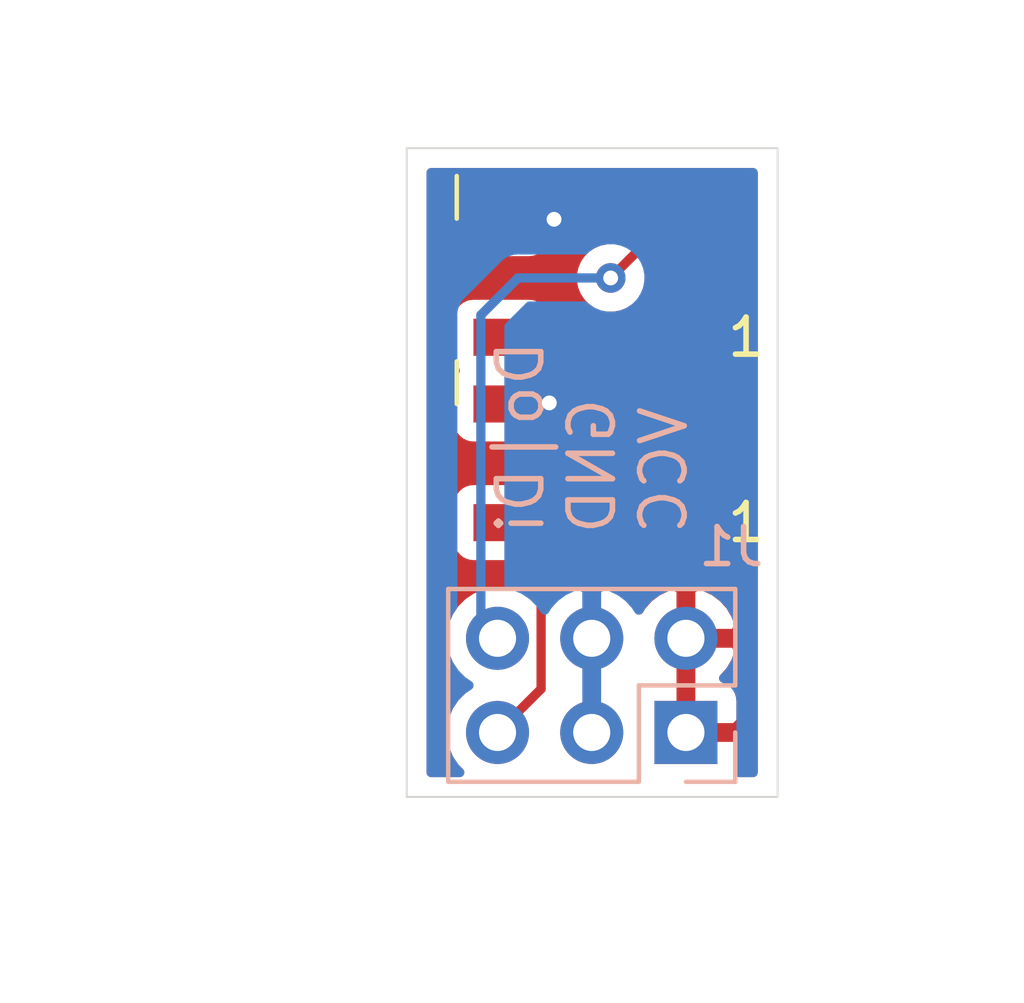
<source format=kicad_pcb>
(kicad_pcb (version 20171130) (host pcbnew 5.1.10-88a1d61d58~90~ubuntu21.04.1)

  (general
    (thickness 1.6)
    (drawings 25)
    (tracks 20)
    (zones 0)
    (modules 3)
    (nets 6)
  )

  (page A4)
  (layers
    (0 F.Cu signal)
    (31 B.Cu signal)
    (32 B.Adhes user hide)
    (33 F.Adhes user hide)
    (34 B.Paste user hide)
    (35 F.Paste user hide)
    (36 B.SilkS user hide)
    (37 F.SilkS user)
    (38 B.Mask user hide)
    (39 F.Mask user hide)
    (40 Dwgs.User user)
    (41 Cmts.User user hide)
    (42 Eco1.User user hide)
    (43 Eco2.User user hide)
    (44 Edge.Cuts user)
    (45 Margin user hide)
    (46 B.CrtYd user)
    (47 F.CrtYd user hide)
    (48 B.Fab user)
    (49 F.Fab user hide)
  )

  (setup
    (last_trace_width 0.25)
    (trace_clearance 0.2)
    (zone_clearance 0.508)
    (zone_45_only no)
    (trace_min 0.2)
    (via_size 0.8)
    (via_drill 0.4)
    (via_min_size 0.4)
    (via_min_drill 0.3)
    (uvia_size 0.3)
    (uvia_drill 0.1)
    (uvias_allowed no)
    (uvia_min_size 0.2)
    (uvia_min_drill 0.1)
    (edge_width 0.05)
    (segment_width 0.2)
    (pcb_text_width 0.3)
    (pcb_text_size 1.5 1.5)
    (mod_edge_width 0.12)
    (mod_text_size 1 1)
    (mod_text_width 0.15)
    (pad_size 1.524 1.524)
    (pad_drill 0.762)
    (pad_to_mask_clearance 0)
    (aux_axis_origin 0 0)
    (visible_elements FFFFFF7F)
    (pcbplotparams
      (layerselection 0x010fc_ffffffff)
      (usegerberextensions false)
      (usegerberattributes true)
      (usegerberadvancedattributes true)
      (creategerberjobfile true)
      (excludeedgelayer true)
      (linewidth 0.100000)
      (plotframeref false)
      (viasonmask false)
      (mode 1)
      (useauxorigin false)
      (hpglpennumber 1)
      (hpglpenspeed 20)
      (hpglpendiameter 15.000000)
      (psnegative false)
      (psa4output false)
      (plotreference true)
      (plotvalue true)
      (plotinvisibletext false)
      (padsonsilk false)
      (subtractmaskfromsilk false)
      (outputformat 1)
      (mirror false)
      (drillshape 1)
      (scaleselection 1)
      (outputdirectory ""))
  )

  (net 0 "")
  (net 1 VCC)
  (net 2 "Net-(D1-Pad2)")
  (net 3 /Din)
  (net 4 GND)
  (net 5 /Dout)

  (net_class Default "This is the default net class."
    (clearance 0.2)
    (trace_width 0.25)
    (via_dia 0.8)
    (via_drill 0.4)
    (uvia_dia 0.3)
    (uvia_drill 0.1)
    (add_net /Din)
    (add_net /Dout)
    (add_net GND)
    (add_net "Net-(D1-Pad2)")
    (add_net VCC)
  )

  (module IndicatorLeds:LED_WS2812B_PLCC4_5.0x5.0mm_P3.2mm (layer F.Cu) (tedit 6156C278) (tstamp 6156BFA2)
    (at 103 108 180)
    (descr https://cdn-shop.adafruit.com/datasheets/WS2812B.pdf)
    (tags "LED RGB NeoPixel")
    (path /6156C522)
    (attr smd)
    (fp_text reference D2 (at 0 -3.5) (layer F.SilkS) hide
      (effects (font (size 1 1) (thickness 0.15)))
    )
    (fp_text value WS2812B (at 0 4) (layer F.Fab)
      (effects (font (size 1 1) (thickness 0.15)))
    )
    (fp_line (start 3.45 -2.5) (end -3.45 -2.5) (layer F.CrtYd) (width 0.05))
    (fp_line (start 3.45 2.5) (end 3.45 -2.5) (layer F.CrtYd) (width 0.05))
    (fp_line (start -3.45 2.5) (end 3.45 2.5) (layer F.CrtYd) (width 0.05))
    (fp_line (start -3.45 -2.5) (end -3.45 2.5) (layer F.CrtYd) (width 0.05))
    (fp_line (start 2.5 1.5) (end 1.5 2.5) (layer F.Fab) (width 0.1))
    (fp_line (start -2.5 -2.5) (end -2.5 2.5) (layer F.Fab) (width 0.1))
    (fp_line (start -2.5 2.5) (end 2.5 2.5) (layer F.Fab) (width 0.1))
    (fp_line (start 2.5 2.5) (end 2.5 -2.5) (layer F.Fab) (width 0.1))
    (fp_line (start 2.5 -2.5) (end -2.5 -2.5) (layer F.Fab) (width 0.1))
    (fp_line (start 3.65 2.75) (end 3.65 1.6) (layer F.SilkS) (width 0.12))
    (fp_circle (center 0 0) (end 0 -2) (layer F.Fab) (width 0.1))
    (fp_text user 1 (at -4.15 -1.6) (layer F.SilkS)
      (effects (font (size 1 1) (thickness 0.15)))
    )
    (fp_text user %R (at 0 0) (layer F.Fab)
      (effects (font (size 0.8 0.8) (thickness 0.15)))
    )
    (pad 3 smd rect (at 2.45 1.6 180) (size 1.5 1) (layers F.Cu F.Paste F.Mask)
      (net 4 GND))
    (pad 4 smd rect (at 2.45 -1.6 180) (size 1.5 1) (layers F.Cu F.Paste F.Mask)
      (net 2 "Net-(D1-Pad2)"))
    (pad 2 smd rect (at -2.45 1.6 180) (size 1.5 1) (layers F.Cu F.Paste F.Mask)
      (net 5 /Dout))
    (pad 1 smd rect (at -2.45 -1.6 180) (size 1.5 1) (layers F.Cu F.Paste F.Mask)
      (net 1 VCC))
    (model ${KISYS3DMOD}/LED_SMD.3dshapes/LED_WS2812B_PLCC4_5.0x5.0mm_P3.2mm.wrl
      (at (xyz 0 0 0))
      (scale (xyz 1 1 1))
      (rotate (xyz 0 0 0))
    )
  )

  (module IndicatorLeds:LED_WS2812B_PLCC4_5.0x5.0mm_P3.2mm (layer F.Cu) (tedit 6156C278) (tstamp 6156C27C)
    (at 103 113 180)
    (descr https://cdn-shop.adafruit.com/datasheets/WS2812B.pdf)
    (tags "LED RGB NeoPixel")
    (path /6156BDB1)
    (attr smd)
    (fp_text reference D1 (at 0 -3.5) (layer F.SilkS) hide
      (effects (font (size 1 1) (thickness 0.15)))
    )
    (fp_text value WS2812B (at 0 4) (layer F.Fab)
      (effects (font (size 1 1) (thickness 0.15)))
    )
    (fp_line (start 3.45 -2.5) (end -3.45 -2.5) (layer F.CrtYd) (width 0.05))
    (fp_line (start 3.45 2.5) (end 3.45 -2.5) (layer F.CrtYd) (width 0.05))
    (fp_line (start -3.45 2.5) (end 3.45 2.5) (layer F.CrtYd) (width 0.05))
    (fp_line (start -3.45 -2.5) (end -3.45 2.5) (layer F.CrtYd) (width 0.05))
    (fp_line (start 2.5 1.5) (end 1.5 2.5) (layer F.Fab) (width 0.1))
    (fp_line (start -2.5 -2.5) (end -2.5 2.5) (layer F.Fab) (width 0.1))
    (fp_line (start -2.5 2.5) (end 2.5 2.5) (layer F.Fab) (width 0.1))
    (fp_line (start 2.5 2.5) (end 2.5 -2.5) (layer F.Fab) (width 0.1))
    (fp_line (start 2.5 -2.5) (end -2.5 -2.5) (layer F.Fab) (width 0.1))
    (fp_line (start 3.65 2.75) (end 3.65 1.6) (layer F.SilkS) (width 0.12))
    (fp_circle (center 0 0) (end 0 -2) (layer F.Fab) (width 0.1))
    (fp_text user 1 (at -4.15 -1.6) (layer F.SilkS)
      (effects (font (size 1 1) (thickness 0.15)))
    )
    (fp_text user %R (at 0 0) (layer F.Fab)
      (effects (font (size 0.8 0.8) (thickness 0.15)))
    )
    (pad 3 smd rect (at 2.45 1.6 180) (size 1.5 1) (layers F.Cu F.Paste F.Mask)
      (net 4 GND))
    (pad 4 smd rect (at 2.45 -1.6 180) (size 1.5 1) (layers F.Cu F.Paste F.Mask)
      (net 3 /Din))
    (pad 2 smd rect (at -2.45 1.6 180) (size 1.5 1) (layers F.Cu F.Paste F.Mask)
      (net 2 "Net-(D1-Pad2)"))
    (pad 1 smd rect (at -2.45 -1.6 180) (size 1.5 1) (layers F.Cu F.Paste F.Mask)
      (net 1 VCC))
    (model ${KISYS3DMOD}/LED_SMD.3dshapes/LED_WS2812B_PLCC4_5.0x5.0mm_P3.2mm.wrl
      (at (xyz 0 0 0))
      (scale (xyz 1 1 1))
      (rotate (xyz 0 0 0))
    )
  )

  (module Connector_PinHeader_2.54mm:PinHeader_2x03_P2.54mm_Vertical (layer B.Cu) (tedit 59FED5CC) (tstamp 6156BFD5)
    (at 105.529 120.261 90)
    (descr "Through hole straight pin header, 2x03, 2.54mm pitch, double rows")
    (tags "Through hole pin header THT 2x03 2.54mm double row")
    (path /6156FBD1)
    (fp_text reference J1 (at 5.011 1.221 180) (layer B.SilkS)
      (effects (font (size 1 1) (thickness 0.15)) (justify mirror))
    )
    (fp_text value Conn_02x03_Odd_Even (at 1.27 -7.41 90) (layer B.Fab)
      (effects (font (size 1 1) (thickness 0.15)) (justify mirror))
    )
    (fp_line (start 4.35 1.8) (end -1.8 1.8) (layer B.CrtYd) (width 0.05))
    (fp_line (start 4.35 -6.85) (end 4.35 1.8) (layer B.CrtYd) (width 0.05))
    (fp_line (start -1.8 -6.85) (end 4.35 -6.85) (layer B.CrtYd) (width 0.05))
    (fp_line (start -1.8 1.8) (end -1.8 -6.85) (layer B.CrtYd) (width 0.05))
    (fp_line (start -1.33 1.33) (end 0 1.33) (layer B.SilkS) (width 0.12))
    (fp_line (start -1.33 0) (end -1.33 1.33) (layer B.SilkS) (width 0.12))
    (fp_line (start 1.27 1.33) (end 3.87 1.33) (layer B.SilkS) (width 0.12))
    (fp_line (start 1.27 -1.27) (end 1.27 1.33) (layer B.SilkS) (width 0.12))
    (fp_line (start -1.33 -1.27) (end 1.27 -1.27) (layer B.SilkS) (width 0.12))
    (fp_line (start 3.87 1.33) (end 3.87 -6.41) (layer B.SilkS) (width 0.12))
    (fp_line (start -1.33 -1.27) (end -1.33 -6.41) (layer B.SilkS) (width 0.12))
    (fp_line (start -1.33 -6.41) (end 3.87 -6.41) (layer B.SilkS) (width 0.12))
    (fp_line (start -1.27 0) (end 0 1.27) (layer B.Fab) (width 0.1))
    (fp_line (start -1.27 -6.35) (end -1.27 0) (layer B.Fab) (width 0.1))
    (fp_line (start 3.81 -6.35) (end -1.27 -6.35) (layer B.Fab) (width 0.1))
    (fp_line (start 3.81 1.27) (end 3.81 -6.35) (layer B.Fab) (width 0.1))
    (fp_line (start 0 1.27) (end 3.81 1.27) (layer B.Fab) (width 0.1))
    (fp_text user %R (at 1.27 -2.54 180) (layer B.Fab)
      (effects (font (size 1 1) (thickness 0.15)) (justify mirror))
    )
    (pad 6 thru_hole oval (at 2.54 -5.08 90) (size 1.7 1.7) (drill 1) (layers *.Cu *.Mask)
      (net 5 /Dout))
    (pad 5 thru_hole oval (at 0 -5.08 90) (size 1.7 1.7) (drill 1) (layers *.Cu *.Mask)
      (net 3 /Din))
    (pad 4 thru_hole oval (at 2.54 -2.54 90) (size 1.7 1.7) (drill 1) (layers *.Cu *.Mask)
      (net 4 GND))
    (pad 3 thru_hole oval (at 0 -2.54 90) (size 1.7 1.7) (drill 1) (layers *.Cu *.Mask)
      (net 4 GND))
    (pad 2 thru_hole oval (at 2.54 0 90) (size 1.7 1.7) (drill 1) (layers *.Cu *.Mask)
      (net 1 VCC))
    (pad 1 thru_hole rect (at 0 0 90) (size 1.7 1.7) (drill 1) (layers *.Cu *.Mask)
      (net 1 VCC))
    (model ${KISYS3DMOD}/Connector_PinHeader_2.54mm.3dshapes/PinHeader_2x03_P2.54mm_Vertical.wrl
      (at (xyz 0 0 0))
      (scale (xyz 1 1 1))
      (rotate (xyz 0 0 0))
    )
  )

  (gr_line (start 100 113) (end 100 103) (layer Eco2.User) (width 0.15) (tstamp 6164225B))
  (gr_line (start 106 103) (end 106 113) (layer Eco2.User) (width 0.15) (tstamp 61642258))
  (gr_arc (start 103 113) (end 100 113) (angle -180) (layer Eco2.User) (width 0.15))
  (gr_arc (start 103 103) (end 106 103) (angle -180) (layer Eco2.User) (width 0.15))
  (dimension 5 (width 0.15) (layer Dwgs.User)
    (gr_text "5,000 mm" (at 100.5 127.3) (layer Dwgs.User)
      (effects (font (size 1 1) (thickness 0.15)))
    )
    (feature1 (pts (xy 98 122) (xy 98 126.586421)))
    (feature2 (pts (xy 103 122) (xy 103 126.586421)))
    (crossbar (pts (xy 103 126) (xy 98 126)))
    (arrow1a (pts (xy 98 126) (xy 99.126504 125.413579)))
    (arrow1b (pts (xy 98 126) (xy 99.126504 126.586421)))
    (arrow2a (pts (xy 103 126) (xy 101.873496 125.413579)))
    (arrow2b (pts (xy 103 126) (xy 101.873496 126.586421)))
  )
  (dimension 14 (width 0.15) (layer Dwgs.User)
    (gr_text "14,000 mm" (at 90.7 115 270) (layer Dwgs.User)
      (effects (font (size 1 1) (thickness 0.15)))
    )
    (feature1 (pts (xy 98 122) (xy 91.413579 122)))
    (feature2 (pts (xy 98 108) (xy 91.413579 108)))
    (crossbar (pts (xy 92 108) (xy 92 122)))
    (arrow1a (pts (xy 92 122) (xy 91.413579 120.873496)))
    (arrow1b (pts (xy 92 122) (xy 92.586421 120.873496)))
    (arrow2a (pts (xy 92 108) (xy 91.413579 109.126504)))
    (arrow2b (pts (xy 92 108) (xy 92.586421 109.126504)))
  )
  (dimension 17.5 (width 0.15) (layer Dwgs.User)
    (gr_text "17,500 mm" (at 113.3 113.25 270) (layer Dwgs.User)
      (effects (font (size 1 1) (thickness 0.15)))
    )
    (feature1 (pts (xy 108 122) (xy 112.586421 122)))
    (feature2 (pts (xy 108 104.5) (xy 112.586421 104.5)))
    (crossbar (pts (xy 112 104.5) (xy 112 122)))
    (arrow1a (pts (xy 112 122) (xy 111.413579 120.873496)))
    (arrow1b (pts (xy 112 122) (xy 112.586421 120.873496)))
    (arrow2a (pts (xy 112 104.5) (xy 111.413579 105.626504)))
    (arrow2b (pts (xy 112 104.5) (xy 112.586421 105.626504)))
  )
  (dimension 10 (width 0.15) (layer Dwgs.User)
    (gr_text "10,000 mm" (at 103 101.2) (layer Dwgs.User)
      (effects (font (size 1 1) (thickness 0.15)))
    )
    (feature1 (pts (xy 108 104.5) (xy 108 101.913579)))
    (feature2 (pts (xy 98 104.5) (xy 98 101.913579)))
    (crossbar (pts (xy 98 102.5) (xy 108 102.5)))
    (arrow1a (pts (xy 108 102.5) (xy 106.873496 103.086421)))
    (arrow1b (pts (xy 108 102.5) (xy 106.873496 101.913579)))
    (arrow2a (pts (xy 98 102.5) (xy 99.126504 103.086421)))
    (arrow2b (pts (xy 98 102.5) (xy 99.126504 101.913579)))
  )
  (gr_text "Do|Di\nGND\nVCC" (at 103 115 90) (layer B.SilkS)
    (effects (font (size 1.2 1.2) (thickness 0.15)) (justify right mirror))
  )
  (gr_line (start 98 122) (end 108 122) (layer Edge.Cuts) (width 0.05) (tstamp 6156C44F))
  (gr_line (start 98 104.5) (end 98 122) (layer Edge.Cuts) (width 0.05))
  (gr_line (start 108 104.5) (end 98 104.5) (layer Edge.Cuts) (width 0.05))
  (gr_line (start 108 122) (end 108 104.5) (layer Edge.Cuts) (width 0.05))
  (gr_circle (center 103 113) (end 104.5 113) (layer Dwgs.User) (width 0.15))
  (gr_circle (center 103 108) (end 104.5 108) (layer Dwgs.User) (width 0.15))
  (gr_line (start 100.5 113) (end 105.5 113) (layer Eco1.User) (width 0.15))
  (gr_line (start 105.5 108) (end 100.5 108) (layer Eco1.User) (width 0.15))
  (gr_line (start 105.5 103) (end 100.5 103) (layer Eco1.User) (width 0.15))
  (gr_line (start 100.5 105.5) (end 105.5 105.5) (layer Eco1.User) (width 0.15))
  (gr_line (start 105.5 110.5) (end 100.5 110.5) (layer Eco1.User) (width 0.15))
  (gr_line (start 103 100.5) (end 103 115.5) (layer Eco1.User) (width 0.15))
  (gr_line (start 100.5 115.5) (end 100.5 100.5) (layer Eco1.User) (width 0.15) (tstamp 6156BB0A))
  (gr_line (start 105.5 115.5) (end 100.5 115.5) (layer Eco1.User) (width 0.15))
  (gr_line (start 105.5 100.5) (end 105.5 115.5) (layer Eco1.User) (width 0.15))
  (gr_line (start 100.5 100.5) (end 105.5 100.5) (layer Eco1.User) (width 0.15))

  (segment (start 105.45 111.4) (end 104.669 111.4) (width 0.25) (layer F.Cu) (net 2))
  (segment (start 102.869 109.6) (end 100.55 109.6) (width 0.25) (layer F.Cu) (net 2))
  (segment (start 104.669 111.4) (end 102.869 109.6) (width 0.25) (layer F.Cu) (net 2))
  (segment (start 100.55 114.6) (end 101.1 114.6) (width 0.25) (layer F.Cu) (net 3))
  (segment (start 101.624001 119.085999) (end 100.449 120.261) (width 0.25) (layer F.Cu) (net 3))
  (segment (start 101.624001 115.124001) (end 101.624001 119.085999) (width 0.25) (layer F.Cu) (net 3))
  (segment (start 101.1 114.6) (end 101.624001 115.124001) (width 0.25) (layer F.Cu) (net 3))
  (via (at 101.846 111.371) (size 0.8) (drill 0.4) (layers F.Cu B.Cu) (net 4))
  (segment (start 101.817 111.4) (end 101.846 111.371) (width 0.25) (layer F.Cu) (net 4))
  (segment (start 100.55 111.4) (end 101.817 111.4) (width 0.25) (layer F.Cu) (net 4))
  (via (at 101.973 106.418) (size 0.8) (drill 0.4) (layers F.Cu B.Cu) (net 4))
  (segment (start 100.55 106.4) (end 101.955 106.4) (width 0.25) (layer F.Cu) (net 4))
  (segment (start 101.955 106.4) (end 101.973 106.418) (width 0.25) (layer F.Cu) (net 4))
  (segment (start 100.449 117.721) (end 100 117.272) (width 0.25) (layer B.Cu) (net 5))
  (segment (start 105.1 106.4) (end 103.5 108) (width 0.25) (layer F.Cu) (net 5))
  (via (at 103.5 108) (size 0.8) (drill 0.4) (layers F.Cu B.Cu) (net 5))
  (segment (start 105.45 106.4) (end 105.1 106.4) (width 0.25) (layer F.Cu) (net 5))
  (segment (start 101 108) (end 100 109) (width 0.25) (layer B.Cu) (net 5))
  (segment (start 103.5 108) (end 101 108) (width 0.25) (layer B.Cu) (net 5))
  (segment (start 100 117.272) (end 100 109) (width 0.25) (layer B.Cu) (net 5))

  (zone (net 1) (net_name VCC) (layer F.Cu) (tstamp 61572504) (hatch edge 0.508)
    (connect_pads (clearance 0.508))
    (min_thickness 0.254)
    (fill yes (arc_segments 32) (thermal_gap 0.508) (thermal_bridge_width 0.508))
    (polygon
      (pts
        (xy 108 122) (xy 98 122) (xy 98 104.5) (xy 108 104.5)
      )
    )
    (filled_polygon
      (pts
        (xy 107.34 121.34) (xy 106.973107 121.34) (xy 107.004812 121.235482) (xy 107.017072 121.111) (xy 107.014 120.54675)
        (xy 106.85525 120.388) (xy 105.656 120.388) (xy 105.656 120.408) (xy 105.402 120.408) (xy 105.402 120.388)
        (xy 105.382 120.388) (xy 105.382 120.134) (xy 105.402 120.134) (xy 105.402 117.848) (xy 105.656 117.848)
        (xy 105.656 120.134) (xy 106.85525 120.134) (xy 107.014 119.97525) (xy 107.017072 119.411) (xy 107.004812 119.286518)
        (xy 106.968502 119.16682) (xy 106.909537 119.056506) (xy 106.830185 118.959815) (xy 106.733494 118.880463) (xy 106.62318 118.821498)
        (xy 106.547374 118.798502) (xy 106.724178 118.602355) (xy 106.873157 118.352252) (xy 106.970481 118.077891) (xy 106.849814 117.848)
        (xy 105.656 117.848) (xy 105.402 117.848) (xy 105.382 117.848) (xy 105.382 117.594) (xy 105.402 117.594)
        (xy 105.402 116.400845) (xy 105.656 116.400845) (xy 105.656 117.594) (xy 106.849814 117.594) (xy 106.970481 117.364109)
        (xy 106.873157 117.089748) (xy 106.724178 116.839645) (xy 106.529269 116.623412) (xy 106.29592 116.449359) (xy 106.033099 116.324175)
        (xy 105.88589 116.279524) (xy 105.656 116.400845) (xy 105.402 116.400845) (xy 105.17211 116.279524) (xy 105.024901 116.324175)
        (xy 104.76208 116.449359) (xy 104.528731 116.623412) (xy 104.333822 116.839645) (xy 104.264195 116.956534) (xy 104.142475 116.774368)
        (xy 103.935632 116.567525) (xy 103.692411 116.40501) (xy 103.422158 116.293068) (xy 103.13526 116.236) (xy 102.84274 116.236)
        (xy 102.555842 116.293068) (xy 102.384001 116.364247) (xy 102.384001 115.161323) (xy 102.387677 115.124) (xy 102.385314 115.1)
        (xy 104.061928 115.1) (xy 104.074188 115.224482) (xy 104.110498 115.34418) (xy 104.169463 115.454494) (xy 104.248815 115.551185)
        (xy 104.345506 115.630537) (xy 104.45582 115.689502) (xy 104.575518 115.725812) (xy 104.7 115.738072) (xy 105.16425 115.735)
        (xy 105.323 115.57625) (xy 105.323 114.727) (xy 105.577 114.727) (xy 105.577 115.57625) (xy 105.73575 115.735)
        (xy 106.2 115.738072) (xy 106.324482 115.725812) (xy 106.44418 115.689502) (xy 106.554494 115.630537) (xy 106.651185 115.551185)
        (xy 106.730537 115.454494) (xy 106.789502 115.34418) (xy 106.825812 115.224482) (xy 106.838072 115.1) (xy 106.835 114.88575)
        (xy 106.67625 114.727) (xy 105.577 114.727) (xy 105.323 114.727) (xy 104.22375 114.727) (xy 104.065 114.88575)
        (xy 104.061928 115.1) (xy 102.385314 115.1) (xy 102.384001 115.086677) (xy 102.384001 115.086668) (xy 102.373004 114.975015)
        (xy 102.329547 114.831754) (xy 102.258975 114.699725) (xy 102.164002 114.584) (xy 102.135004 114.560203) (xy 101.938072 114.36327)
        (xy 101.938072 114.1) (xy 104.061928 114.1) (xy 104.065 114.31425) (xy 104.22375 114.473) (xy 105.323 114.473)
        (xy 105.323 113.62375) (xy 105.577 113.62375) (xy 105.577 114.473) (xy 106.67625 114.473) (xy 106.835 114.31425)
        (xy 106.838072 114.1) (xy 106.825812 113.975518) (xy 106.789502 113.85582) (xy 106.730537 113.745506) (xy 106.651185 113.648815)
        (xy 106.554494 113.569463) (xy 106.44418 113.510498) (xy 106.324482 113.474188) (xy 106.2 113.461928) (xy 105.73575 113.465)
        (xy 105.577 113.62375) (xy 105.323 113.62375) (xy 105.16425 113.465) (xy 104.7 113.461928) (xy 104.575518 113.474188)
        (xy 104.45582 113.510498) (xy 104.345506 113.569463) (xy 104.248815 113.648815) (xy 104.169463 113.745506) (xy 104.110498 113.85582)
        (xy 104.074188 113.975518) (xy 104.061928 114.1) (xy 101.938072 114.1) (xy 101.925812 113.975518) (xy 101.889502 113.85582)
        (xy 101.830537 113.745506) (xy 101.751185 113.648815) (xy 101.654494 113.569463) (xy 101.54418 113.510498) (xy 101.424482 113.474188)
        (xy 101.3 113.461928) (xy 99.8 113.461928) (xy 99.675518 113.474188) (xy 99.55582 113.510498) (xy 99.445506 113.569463)
        (xy 99.348815 113.648815) (xy 99.269463 113.745506) (xy 99.210498 113.85582) (xy 99.174188 113.975518) (xy 99.161928 114.1)
        (xy 99.161928 115.1) (xy 99.174188 115.224482) (xy 99.210498 115.34418) (xy 99.269463 115.454494) (xy 99.348815 115.551185)
        (xy 99.445506 115.630537) (xy 99.55582 115.689502) (xy 99.675518 115.725812) (xy 99.8 115.738072) (xy 100.864001 115.738072)
        (xy 100.864001 116.289456) (xy 100.59526 116.236) (xy 100.30274 116.236) (xy 100.015842 116.293068) (xy 99.745589 116.40501)
        (xy 99.502368 116.567525) (xy 99.295525 116.774368) (xy 99.13301 117.017589) (xy 99.021068 117.287842) (xy 98.964 117.57474)
        (xy 98.964 117.86726) (xy 99.021068 118.154158) (xy 99.13301 118.424411) (xy 99.295525 118.667632) (xy 99.502368 118.874475)
        (xy 99.67676 118.991) (xy 99.502368 119.107525) (xy 99.295525 119.314368) (xy 99.13301 119.557589) (xy 99.021068 119.827842)
        (xy 98.964 120.11474) (xy 98.964 120.40726) (xy 99.021068 120.694158) (xy 99.13301 120.964411) (xy 99.295525 121.207632)
        (xy 99.427893 121.34) (xy 98.66 121.34) (xy 98.66 109.1) (xy 99.161928 109.1) (xy 99.161928 110.1)
        (xy 99.174188 110.224482) (xy 99.210498 110.34418) (xy 99.269463 110.454494) (xy 99.306809 110.5) (xy 99.269463 110.545506)
        (xy 99.210498 110.65582) (xy 99.174188 110.775518) (xy 99.161928 110.9) (xy 99.161928 111.9) (xy 99.174188 112.024482)
        (xy 99.210498 112.14418) (xy 99.269463 112.254494) (xy 99.348815 112.351185) (xy 99.445506 112.430537) (xy 99.55582 112.489502)
        (xy 99.675518 112.525812) (xy 99.8 112.538072) (xy 101.3 112.538072) (xy 101.424482 112.525812) (xy 101.54418 112.489502)
        (xy 101.654494 112.430537) (xy 101.696033 112.396447) (xy 101.744061 112.406) (xy 101.947939 112.406) (xy 102.147898 112.366226)
        (xy 102.336256 112.288205) (xy 102.505774 112.174937) (xy 102.649937 112.030774) (xy 102.763205 111.861256) (xy 102.841226 111.672898)
        (xy 102.881 111.472939) (xy 102.881 111.269061) (xy 102.841226 111.069102) (xy 102.763205 110.880744) (xy 102.649937 110.711226)
        (xy 102.505774 110.567063) (xy 102.336256 110.453795) (xy 102.147898 110.375774) (xy 102.068596 110.36) (xy 102.554199 110.36)
        (xy 104.061928 111.867731) (xy 104.061928 111.9) (xy 104.074188 112.024482) (xy 104.110498 112.14418) (xy 104.169463 112.254494)
        (xy 104.248815 112.351185) (xy 104.345506 112.430537) (xy 104.45582 112.489502) (xy 104.575518 112.525812) (xy 104.7 112.538072)
        (xy 106.2 112.538072) (xy 106.324482 112.525812) (xy 106.44418 112.489502) (xy 106.554494 112.430537) (xy 106.651185 112.351185)
        (xy 106.730537 112.254494) (xy 106.789502 112.14418) (xy 106.825812 112.024482) (xy 106.838072 111.9) (xy 106.838072 110.9)
        (xy 106.825812 110.775518) (xy 106.789502 110.65582) (xy 106.730537 110.545506) (xy 106.693191 110.5) (xy 106.730537 110.454494)
        (xy 106.789502 110.34418) (xy 106.825812 110.224482) (xy 106.838072 110.1) (xy 106.835 109.88575) (xy 106.67625 109.727)
        (xy 105.577 109.727) (xy 105.577 109.747) (xy 105.323 109.747) (xy 105.323 109.727) (xy 104.22375 109.727)
        (xy 104.147276 109.803474) (xy 103.432803 109.089002) (xy 103.409001 109.059999) (xy 103.372294 109.029875) (xy 103.398061 109.035)
        (xy 103.601939 109.035) (xy 103.801898 108.995226) (xy 103.990256 108.917205) (xy 104.126261 108.826329) (xy 104.110498 108.85582)
        (xy 104.074188 108.975518) (xy 104.061928 109.1) (xy 104.065 109.31425) (xy 104.22375 109.473) (xy 105.323 109.473)
        (xy 105.323 108.62375) (xy 105.577 108.62375) (xy 105.577 109.473) (xy 106.67625 109.473) (xy 106.835 109.31425)
        (xy 106.838072 109.1) (xy 106.825812 108.975518) (xy 106.789502 108.85582) (xy 106.730537 108.745506) (xy 106.651185 108.648815)
        (xy 106.554494 108.569463) (xy 106.44418 108.510498) (xy 106.324482 108.474188) (xy 106.2 108.461928) (xy 105.73575 108.465)
        (xy 105.577 108.62375) (xy 105.323 108.62375) (xy 105.16425 108.465) (xy 104.7 108.461928) (xy 104.575518 108.474188)
        (xy 104.45582 108.510498) (xy 104.374712 108.553852) (xy 104.417205 108.490256) (xy 104.495226 108.301898) (xy 104.535 108.101939)
        (xy 104.535 108.039801) (xy 105.03673 107.538072) (xy 106.2 107.538072) (xy 106.324482 107.525812) (xy 106.44418 107.489502)
        (xy 106.554494 107.430537) (xy 106.651185 107.351185) (xy 106.730537 107.254494) (xy 106.789502 107.14418) (xy 106.825812 107.024482)
        (xy 106.838072 106.9) (xy 106.838072 105.9) (xy 106.825812 105.775518) (xy 106.789502 105.65582) (xy 106.730537 105.545506)
        (xy 106.651185 105.448815) (xy 106.554494 105.369463) (xy 106.44418 105.310498) (xy 106.324482 105.274188) (xy 106.2 105.261928)
        (xy 104.7 105.261928) (xy 104.575518 105.274188) (xy 104.45582 105.310498) (xy 104.345506 105.369463) (xy 104.248815 105.448815)
        (xy 104.169463 105.545506) (xy 104.110498 105.65582) (xy 104.074188 105.775518) (xy 104.061928 105.9) (xy 104.061928 106.36327)
        (xy 103.460199 106.965) (xy 103.398061 106.965) (xy 103.198102 107.004774) (xy 103.009744 107.082795) (xy 102.840226 107.196063)
        (xy 102.696063 107.340226) (xy 102.582795 107.509744) (xy 102.504774 107.698102) (xy 102.465 107.898061) (xy 102.465 108.101939)
        (xy 102.504774 108.301898) (xy 102.582795 108.490256) (xy 102.696063 108.659774) (xy 102.840226 108.803937) (xy 102.892102 108.838599)
        (xy 102.869 108.836324) (xy 102.831678 108.84) (xy 101.881046 108.84) (xy 101.830537 108.745506) (xy 101.751185 108.648815)
        (xy 101.654494 108.569463) (xy 101.54418 108.510498) (xy 101.424482 108.474188) (xy 101.3 108.461928) (xy 99.8 108.461928)
        (xy 99.675518 108.474188) (xy 99.55582 108.510498) (xy 99.445506 108.569463) (xy 99.348815 108.648815) (xy 99.269463 108.745506)
        (xy 99.210498 108.85582) (xy 99.174188 108.975518) (xy 99.161928 109.1) (xy 98.66 109.1) (xy 98.66 105.9)
        (xy 99.161928 105.9) (xy 99.161928 106.9) (xy 99.174188 107.024482) (xy 99.210498 107.14418) (xy 99.269463 107.254494)
        (xy 99.348815 107.351185) (xy 99.445506 107.430537) (xy 99.55582 107.489502) (xy 99.675518 107.525812) (xy 99.8 107.538072)
        (xy 101.3 107.538072) (xy 101.424482 107.525812) (xy 101.54418 107.489502) (xy 101.654494 107.430537) (xy 101.674712 107.413944)
        (xy 101.871061 107.453) (xy 102.074939 107.453) (xy 102.274898 107.413226) (xy 102.463256 107.335205) (xy 102.632774 107.221937)
        (xy 102.776937 107.077774) (xy 102.890205 106.908256) (xy 102.968226 106.719898) (xy 103.008 106.519939) (xy 103.008 106.316061)
        (xy 102.968226 106.116102) (xy 102.890205 105.927744) (xy 102.776937 105.758226) (xy 102.632774 105.614063) (xy 102.463256 105.500795)
        (xy 102.274898 105.422774) (xy 102.074939 105.383) (xy 101.871061 105.383) (xy 101.710021 105.415033) (xy 101.654494 105.369463)
        (xy 101.54418 105.310498) (xy 101.424482 105.274188) (xy 101.3 105.261928) (xy 99.8 105.261928) (xy 99.675518 105.274188)
        (xy 99.55582 105.310498) (xy 99.445506 105.369463) (xy 99.348815 105.448815) (xy 99.269463 105.545506) (xy 99.210498 105.65582)
        (xy 99.174188 105.775518) (xy 99.161928 105.9) (xy 98.66 105.9) (xy 98.66 105.16) (xy 107.340001 105.16)
      )
    )
  )
  (zone (net 4) (net_name GND) (layer B.Cu) (tstamp 61572501) (hatch edge 0.508)
    (connect_pads (clearance 0.508))
    (min_thickness 0.254)
    (fill yes (arc_segments 32) (thermal_gap 0.508) (thermal_bridge_width 0.508))
    (polygon
      (pts
        (xy 108 122) (xy 98 122) (xy 98 104.5) (xy 108 104.5)
      )
    )
    (filled_polygon
      (pts
        (xy 107.34 121.34) (xy 106.973107 121.34) (xy 107.004812 121.235482) (xy 107.017072 121.111) (xy 107.017072 119.411)
        (xy 107.004812 119.286518) (xy 106.968502 119.16682) (xy 106.909537 119.056506) (xy 106.830185 118.959815) (xy 106.733494 118.880463)
        (xy 106.62318 118.821498) (xy 106.55062 118.799487) (xy 106.682475 118.667632) (xy 106.84499 118.424411) (xy 106.956932 118.154158)
        (xy 107.014 117.86726) (xy 107.014 117.57474) (xy 106.956932 117.287842) (xy 106.84499 117.017589) (xy 106.682475 116.774368)
        (xy 106.475632 116.567525) (xy 106.232411 116.40501) (xy 105.962158 116.293068) (xy 105.67526 116.236) (xy 105.38274 116.236)
        (xy 105.095842 116.293068) (xy 104.825589 116.40501) (xy 104.582368 116.567525) (xy 104.375525 116.774368) (xy 104.253805 116.956534)
        (xy 104.184178 116.839645) (xy 103.989269 116.623412) (xy 103.75592 116.449359) (xy 103.493099 116.324175) (xy 103.34589 116.279524)
        (xy 103.116 116.400845) (xy 103.116 117.594) (xy 103.136 117.594) (xy 103.136 117.848) (xy 103.116 117.848)
        (xy 103.116 120.134) (xy 103.136 120.134) (xy 103.136 120.388) (xy 103.116 120.388) (xy 103.116 120.408)
        (xy 102.862 120.408) (xy 102.862 120.388) (xy 102.842 120.388) (xy 102.842 120.134) (xy 102.862 120.134)
        (xy 102.862 117.848) (xy 102.842 117.848) (xy 102.842 117.594) (xy 102.862 117.594) (xy 102.862 116.400845)
        (xy 102.63211 116.279524) (xy 102.484901 116.324175) (xy 102.22208 116.449359) (xy 101.988731 116.623412) (xy 101.793822 116.839645)
        (xy 101.724195 116.956534) (xy 101.602475 116.774368) (xy 101.395632 116.567525) (xy 101.152411 116.40501) (xy 100.882158 116.293068)
        (xy 100.76 116.268769) (xy 100.76 109.314801) (xy 101.314802 108.76) (xy 102.796289 108.76) (xy 102.840226 108.803937)
        (xy 103.009744 108.917205) (xy 103.198102 108.995226) (xy 103.398061 109.035) (xy 103.601939 109.035) (xy 103.801898 108.995226)
        (xy 103.990256 108.917205) (xy 104.159774 108.803937) (xy 104.303937 108.659774) (xy 104.417205 108.490256) (xy 104.495226 108.301898)
        (xy 104.535 108.101939) (xy 104.535 107.898061) (xy 104.495226 107.698102) (xy 104.417205 107.509744) (xy 104.303937 107.340226)
        (xy 104.159774 107.196063) (xy 103.990256 107.082795) (xy 103.801898 107.004774) (xy 103.601939 106.965) (xy 103.398061 106.965)
        (xy 103.198102 107.004774) (xy 103.009744 107.082795) (xy 102.840226 107.196063) (xy 102.796289 107.24) (xy 101.037333 107.24)
        (xy 101 107.236323) (xy 100.962667 107.24) (xy 100.851014 107.250997) (xy 100.707753 107.294454) (xy 100.575724 107.365026)
        (xy 100.459999 107.459999) (xy 100.436201 107.488997) (xy 99.488998 108.436201) (xy 99.46 108.459999) (xy 99.436202 108.488997)
        (xy 99.436201 108.488998) (xy 99.365026 108.575724) (xy 99.294454 108.707754) (xy 99.250998 108.851015) (xy 99.236324 109)
        (xy 99.240001 109.037332) (xy 99.24 116.857467) (xy 99.13301 117.017589) (xy 99.021068 117.287842) (xy 98.964 117.57474)
        (xy 98.964 117.86726) (xy 99.021068 118.154158) (xy 99.13301 118.424411) (xy 99.295525 118.667632) (xy 99.502368 118.874475)
        (xy 99.67676 118.991) (xy 99.502368 119.107525) (xy 99.295525 119.314368) (xy 99.13301 119.557589) (xy 99.021068 119.827842)
        (xy 98.964 120.11474) (xy 98.964 120.40726) (xy 99.021068 120.694158) (xy 99.13301 120.964411) (xy 99.295525 121.207632)
        (xy 99.427893 121.34) (xy 98.66 121.34) (xy 98.66 105.16) (xy 107.340001 105.16)
      )
    )
  )
)

</source>
